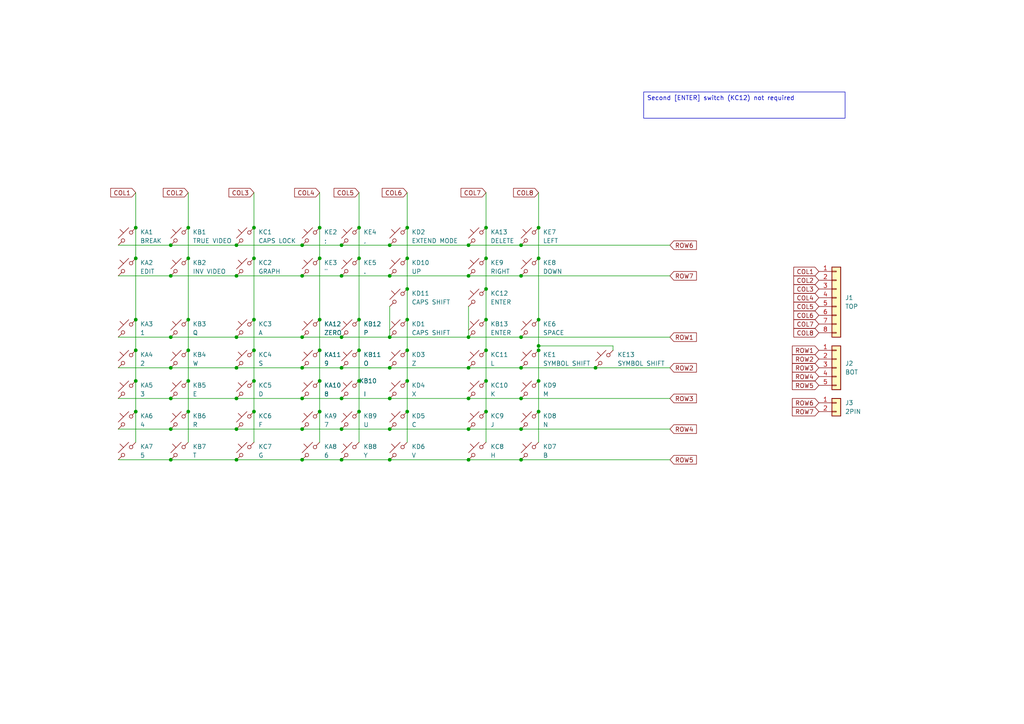
<source format=kicad_sch>
(kicad_sch (version 20250114) (generator "eeschema") (generator_version "9.0")
  (paper "A4")
  (lib_symbols
    (symbol "Connector_Generic:Conn_01x02" (pin_names (offset 1.016) (hide yes))
      (property "Reference" "J" (at 0 2.54 0))
      (property "Value" "Conn_01x02" (at 0 -5.08 0))
      (symbol "Conn_01x02_1_1"
        (rectangle (start -1.27 1.27) (end 1.27 -3.81) (stroke (width 0.254)) (fill (type background)))
        (rectangle (start -1.27 0.127) (end 0 -0.127) (stroke (width 0.1524)))
        (rectangle (start -1.27 -2.413) (end 0 -2.667) (stroke (width 0.1524)))
        (pin passive line (at -5.08 0 0) (length 3.81) (name "Pin_1") (number "1"))
        (pin passive line (at -5.08 -2.54 0) (length 3.81) (name "Pin_2") (number "2"))
      )
    )
    (symbol "Connector_Generic:Conn_01x05" (pin_names (offset 1.016) (hide yes))
      (property "Reference" "J" (at 0 7.62 0))
      (property "Value" "Conn_01x05" (at 0 -7.62 0))
      (symbol "Conn_01x05_1_1"
        (rectangle (start -1.27 6.35) (end 1.27 -6.35) (stroke (width 0.254)) (fill (type background)))
        (rectangle (start -1.27 5.207) (end 0 4.953) (stroke (width 0.1524)))
        (rectangle (start -1.27 2.667) (end 0 2.413) (stroke (width 0.1524)))
        (rectangle (start -1.27 0.127) (end 0 -0.127) (stroke (width 0.1524)))
        (rectangle (start -1.27 -2.413) (end 0 -2.667) (stroke (width 0.1524)))
        (rectangle (start -1.27 -4.953) (end 0 -5.207) (stroke (width 0.1524)))
        (pin passive line (at -5.08 5.08 0) (length 3.81) (name "Pin_1") (number "1"))
        (pin passive line (at -5.08 2.54 0) (length 3.81) (name "Pin_2") (number "2"))
        (pin passive line (at -5.08 0 0) (length 3.81) (name "Pin_3") (number "3"))
        (pin passive line (at -5.08 -2.54 0) (length 3.81) (name "Pin_4") (number "4"))
        (pin passive line (at -5.08 -5.08 0) (length 3.81) (name "Pin_5") (number "5"))
      )
    )
    (symbol "Connector_Generic:Conn_01x08" (pin_names (offset 1.016) (hide yes))
      (property "Reference" "J" (at 0 10.16 0))
      (property "Value" "Conn_01x08" (at 0 -12.7 0))
      (symbol "Conn_01x08_1_1"
        (rectangle (start -1.27 8.89) (end 1.27 -11.43) (stroke (width 0.254)) (fill (type background)))
        (rectangle (start -1.27 7.747) (end 0 7.493) (stroke (width 0.1524)))
        (rectangle (start -1.27 5.207) (end 0 4.953) (stroke (width 0.1524)))
        (rectangle (start -1.27 2.667) (end 0 2.413) (stroke (width 0.1524)))
        (rectangle (start -1.27 0.127) (end 0 -0.127) (stroke (width 0.1524)))
        (rectangle (start -1.27 -2.413) (end 0 -2.667) (stroke (width 0.1524)))
        (rectangle (start -1.27 -4.953) (end 0 -5.207) (stroke (width 0.1524)))
        (rectangle (start -1.27 -7.493) (end 0 -7.747) (stroke (width 0.1524)))
        (rectangle (start -1.27 -10.033) (end 0 -10.287) (stroke (width 0.1524)))
        (pin passive line (at -5.08 7.62 0) (length 3.81) (name "Pin_1") (number "1"))
        (pin passive line (at -5.08 5.08 0) (length 3.81) (name "Pin_2") (number "2"))
        (pin passive line (at -5.08 2.54 0) (length 3.81) (name "Pin_3") (number "3"))
        (pin passive line (at -5.08 0 0) (length 3.81) (name "Pin_4") (number "4"))
        (pin passive line (at -5.08 -2.54 0) (length 3.81) (name "Pin_5") (number "5"))
        (pin passive line (at -5.08 -5.08 0) (length 3.81) (name "Pin_6") (number "6"))
        (pin passive line (at -5.08 -7.62 0) (length 3.81) (name "Pin_7") (number "7"))
        (pin passive line (at -5.08 -10.16 0) (length 3.81) (name "Pin_8") (number "8"))
      )
    )
    (symbol "Switch:SW_Push_45deg" (pin_numbers (hide yes)) (pin_names (offset 1.016) (hide yes))
      (property "Reference" "SW" (at 3.048 1.016 0))
      (property "Value" "SW_Push_45deg" (at 0 -3.81 0))
      (symbol "SW_Push_45deg_0_1"
        (polyline (pts (xy -2.54 2.54) (xy -1.524 1.524) (xy -1.524 1.524)))
        (circle (center -1.1684 1.1684) (radius 0.508))
        (polyline (pts (xy -0.508 2.54) (xy 2.54 -0.508)))
        (polyline (pts (xy 1.016 1.016) (xy 2.032 2.032)))
        (circle (center 1.143 -1.1938) (radius 0.508))
        (polyline (pts (xy 1.524 -1.524) (xy 2.54 -2.54) (xy 2.54 -2.54) (xy 2.54 -2.54)))
        (pin passive line (at -2.54 2.54 0) (length 0) (name "1") (number "1"))
        (pin passive line (at 2.54 -2.54 180) (length 0) (name "2") (number "2"))
      )
    )
  )
  (text_box "Second [ENTER] switch (KC12) not required" (at 186.69 26.67 0) (size 58.42 7.62) (margins 0.9525 0.9525 0.9525 0.9525) (effects (font (size 1.27 1.27)) (justify left top)))
  (junction (at 156.21 66.04))
  (junction (at 104.14 101.6))
  (junction (at 135.89 97.79))
  (junction (at 104.14 92.71))
  (junction (at 156.21 110.49))
  (junction (at 99.06 97.79))
  (junction (at 118.11 101.6))
  (junction (at 113.03 124.46))
  (junction (at 156.21 92.71))
  (junction (at 151.13 80.01))
  (junction (at 99.06 115.57))
  (junction (at 113.03 97.79))
  (junction (at 99.06 80.01))
  (junction (at 99.06 106.68))
  (junction (at 54.61 110.49))
  (junction (at 104.14 110.49))
  (junction (at 156.21 100.33))
  (junction (at 140.97 110.49))
  (junction (at 54.61 92.71))
  (junction (at 87.63 124.46))
  (junction (at 118.11 83.82))
  (junction (at 87.63 71.12))
  (junction (at 87.63 115.57))
  (junction (at 118.11 74.93))
  (junction (at 92.71 74.93))
  (junction (at 92.71 66.04))
  (junction (at 49.53 97.79))
  (junction (at 73.66 92.71))
  (junction (at 87.63 80.01))
  (junction (at 113.03 106.68))
  (junction (at 92.71 101.6))
  (junction (at 87.63 97.79))
  (junction (at 113.03 80.01))
  (junction (at 104.14 74.93))
  (junction (at 99.06 133.35))
  (junction (at 49.53 71.12))
  (junction (at 156.21 74.93))
  (junction (at 73.66 110.49))
  (junction (at 68.58 71.12))
  (junction (at 135.89 124.46))
  (junction (at 68.58 115.57))
  (junction (at 73.66 119.38))
  (junction (at 68.58 80.01))
  (junction (at 118.11 110.49))
  (junction (at 39.37 74.93))
  (junction (at 87.63 106.68))
  (junction (at 68.58 124.46))
  (junction (at 54.61 101.6))
  (junction (at 140.97 83.82))
  (junction (at 49.53 124.46))
  (junction (at 68.58 106.68))
  (junction (at 118.11 92.71))
  (junction (at 87.63 133.35))
  (junction (at 135.89 115.57))
  (junction (at 140.97 74.93))
  (junction (at 151.13 97.79))
  (junction (at 135.89 80.01))
  (junction (at 113.03 115.57))
  (junction (at 54.61 74.93))
  (junction (at 135.89 71.12))
  (junction (at 73.66 66.04))
  (junction (at 49.53 106.68))
  (junction (at 39.37 110.49))
  (junction (at 54.61 66.04))
  (junction (at 39.37 66.04))
  (junction (at 54.61 119.38))
  (junction (at 113.03 133.35))
  (junction (at 151.13 106.68))
  (junction (at 156.21 101.6))
  (junction (at 151.13 133.35))
  (junction (at 151.13 115.57))
  (junction (at 135.89 133.35))
  (junction (at 151.13 71.12))
  (junction (at 140.97 119.38))
  (junction (at 68.58 133.35))
  (junction (at 73.66 101.6))
  (junction (at 140.97 92.71))
  (junction (at 49.53 133.35))
  (junction (at 140.97 66.04))
  (junction (at 104.14 66.04))
  (junction (at 113.03 71.12))
  (junction (at 73.66 74.93))
  (junction (at 99.06 71.12))
  (junction (at 68.58 97.79))
  (junction (at 118.11 66.04))
  (junction (at 135.89 106.68))
  (junction (at 39.37 119.38))
  (junction (at 49.53 80.01))
  (junction (at 99.06 124.46))
  (junction (at 172.72 106.68))
  (junction (at 92.71 119.38))
  (junction (at 151.13 124.46))
  (junction (at 92.71 110.49))
  (junction (at 92.71 92.71))
  (junction (at 156.21 119.38))
  (junction (at 118.11 119.38))
  (junction (at 104.14 119.38))
  (junction (at 49.53 115.57))
  (junction (at 39.37 92.71))
  (junction (at 140.97 101.6))
  (junction (at 39.37 101.6))
  (wire (pts (xy 151.13 124.46) (xy 194.31 124.46)))
  (wire (pts (xy 87.63 106.68) (xy 99.06 106.68)))
  (wire (pts (xy 34.29 97.79) (xy 49.53 97.79)))
  (wire (pts (xy 49.53 80.01) (xy 68.58 80.01)))
  (wire (pts (xy 156.21 100.33) (xy 177.8 100.33)))
  (wire (pts (xy 140.97 92.71) (xy 140.97 101.6)))
  (wire (pts (xy 39.37 55.88) (xy 39.37 66.04)))
  (wire (pts (xy 68.58 115.57) (xy 87.63 115.57)))
  (wire (pts (xy 104.14 119.38) (xy 104.14 128.27)))
  (wire (pts (xy 156.21 74.93) (xy 156.21 92.71)))
  (wire (pts (xy 68.58 71.12) (xy 87.63 71.12)))
  (wire (pts (xy 156.21 55.88) (xy 156.21 66.04)))
  (wire (pts (xy 49.53 115.57) (xy 68.58 115.57)))
  (wire (pts (xy 49.53 133.35) (xy 68.58 133.35)))
  (wire (pts (xy 104.14 101.6) (xy 104.14 110.49)))
  (wire (pts (xy 104.14 66.04) (xy 104.14 74.93)))
  (wire (pts (xy 113.03 106.68) (xy 135.89 106.68)))
  (wire (pts (xy 104.14 74.93) (xy 104.14 92.71)))
  (wire (pts (xy 151.13 115.57) (xy 194.31 115.57)))
  (wire (pts (xy 39.37 110.49) (xy 39.37 119.38)))
  (wire (pts (xy 39.37 74.93) (xy 39.37 92.71)))
  (wire (pts (xy 113.03 133.35) (xy 135.89 133.35)))
  (wire (pts (xy 54.61 55.88) (xy 54.61 66.04)))
  (wire (pts (xy 140.97 74.93) (xy 140.97 83.82)))
  (wire (pts (xy 118.11 66.04) (xy 118.11 74.93)))
  (wire (pts (xy 135.89 88.9) (xy 135.89 97.79)))
  (wire (pts (xy 87.63 133.35) (xy 99.06 133.35)))
  (wire (pts (xy 135.89 80.01) (xy 151.13 80.01)))
  (wire (pts (xy 54.61 74.93) (xy 54.61 92.71)))
  (wire (pts (xy 151.13 71.12) (xy 194.31 71.12)))
  (wire (pts (xy 151.13 106.68) (xy 172.72 106.68)))
  (wire (pts (xy 156.21 66.04) (xy 156.21 74.93)))
  (wire (pts (xy 99.06 106.68) (xy 113.03 106.68)))
  (wire (pts (xy 156.21 100.33) (xy 156.21 101.6)))
  (wire (pts (xy 49.53 106.68) (xy 68.58 106.68)))
  (wire (pts (xy 73.66 92.71) (xy 73.66 101.6)))
  (wire (pts (xy 140.97 83.82) (xy 140.97 92.71)))
  (wire (pts (xy 151.13 133.35) (xy 194.31 133.35)))
  (wire (pts (xy 92.71 55.88) (xy 92.71 66.04)))
  (wire (pts (xy 49.53 124.46) (xy 68.58 124.46)))
  (wire (pts (xy 156.21 110.49) (xy 156.21 119.38)))
  (wire (pts (xy 156.21 119.38) (xy 156.21 128.27)))
  (wire (pts (xy 118.11 101.6) (xy 118.11 110.49)))
  (wire (pts (xy 73.66 119.38) (xy 73.66 128.27)))
  (wire (pts (xy 54.61 92.71) (xy 54.61 101.6)))
  (wire (pts (xy 34.29 124.46) (xy 49.53 124.46)))
  (wire (pts (xy 135.89 71.12) (xy 151.13 71.12)))
  (wire (pts (xy 54.61 110.49) (xy 54.61 119.38)))
  (wire (pts (xy 34.29 133.35) (xy 49.53 133.35)))
  (wire (pts (xy 140.97 101.6) (xy 140.97 110.49)))
  (wire (pts (xy 73.66 74.93) (xy 73.66 92.71)))
  (wire (pts (xy 73.66 66.04) (xy 73.66 74.93)))
  (wire (pts (xy 113.03 71.12) (xy 135.89 71.12)))
  (wire (pts (xy 113.03 124.46) (xy 135.89 124.46)))
  (wire (pts (xy 92.71 101.6) (xy 92.71 110.49)))
  (wire (pts (xy 140.97 110.49) (xy 140.97 119.38)))
  (wire (pts (xy 118.11 92.71) (xy 118.11 101.6)))
  (wire (pts (xy 39.37 119.38) (xy 39.37 128.27)))
  (wire (pts (xy 104.14 110.49) (xy 104.14 119.38)))
  (wire (pts (xy 172.72 106.68) (xy 194.31 106.68)))
  (wire (pts (xy 99.06 124.46) (xy 113.03 124.46)))
  (wire (pts (xy 135.89 133.35) (xy 151.13 133.35)))
  (wire (pts (xy 92.71 110.49) (xy 92.71 119.38)))
  (wire (pts (xy 39.37 92.71) (xy 39.37 101.6)))
  (wire (pts (xy 92.71 92.71) (xy 92.71 101.6)))
  (wire (pts (xy 34.29 115.57) (xy 49.53 115.57)))
  (wire (pts (xy 99.06 133.35) (xy 113.03 133.35)))
  (wire (pts (xy 135.89 106.68) (xy 151.13 106.68)))
  (wire (pts (xy 135.89 97.79) (xy 151.13 97.79)))
  (wire (pts (xy 92.71 74.93) (xy 92.71 92.71)))
  (wire (pts (xy 39.37 101.6) (xy 39.37 110.49)))
  (wire (pts (xy 92.71 119.38) (xy 92.71 128.27)))
  (wire (pts (xy 118.11 110.49) (xy 118.11 119.38)))
  (wire (pts (xy 54.61 119.38) (xy 54.61 128.27)))
  (wire (pts (xy 99.06 80.01) (xy 113.03 80.01)))
  (wire (pts (xy 73.66 55.88) (xy 73.66 66.04)))
  (wire (pts (xy 113.03 80.01) (xy 135.89 80.01)))
  (wire (pts (xy 156.21 101.6) (xy 156.21 110.49)))
  (wire (pts (xy 49.53 71.12) (xy 68.58 71.12)))
  (wire (pts (xy 87.63 124.46) (xy 99.06 124.46)))
  (wire (pts (xy 39.37 66.04) (xy 39.37 74.93)))
  (wire (pts (xy 92.71 66.04) (xy 92.71 74.93)))
  (wire (pts (xy 118.11 83.82) (xy 118.11 92.71)))
  (wire (pts (xy 49.53 97.79) (xy 68.58 97.79)))
  (wire (pts (xy 151.13 97.79) (xy 194.31 97.79)))
  (wire (pts (xy 68.58 97.79) (xy 87.63 97.79)))
  (wire (pts (xy 73.66 110.49) (xy 73.66 119.38)))
  (wire (pts (xy 135.89 124.46) (xy 151.13 124.46)))
  (wire (pts (xy 113.03 97.79) (xy 135.89 97.79)))
  (wire (pts (xy 73.66 101.6) (xy 73.66 110.49)))
  (wire (pts (xy 118.11 74.93) (xy 118.11 83.82)))
  (wire (pts (xy 140.97 66.04) (xy 140.97 74.93)))
  (wire (pts (xy 68.58 124.46) (xy 87.63 124.46)))
  (wire (pts (xy 113.03 115.57) (xy 135.89 115.57)))
  (wire (pts (xy 87.63 97.79) (xy 99.06 97.79)))
  (wire (pts (xy 135.89 115.57) (xy 151.13 115.57)))
  (wire (pts (xy 99.06 115.57) (xy 113.03 115.57)))
  (wire (pts (xy 99.06 71.12) (xy 113.03 71.12)))
  (wire (pts (xy 118.11 55.88) (xy 118.11 66.04)))
  (wire (pts (xy 104.14 92.71) (xy 104.14 101.6)))
  (wire (pts (xy 34.29 80.01) (xy 49.53 80.01)))
  (wire (pts (xy 87.63 71.12) (xy 99.06 71.12)))
  (wire (pts (xy 151.13 80.01) (xy 194.31 80.01)))
  (wire (pts (xy 87.63 80.01) (xy 99.06 80.01)))
  (wire (pts (xy 34.29 71.12) (xy 49.53 71.12)))
  (wire (pts (xy 34.29 106.68) (xy 49.53 106.68)))
  (wire (pts (xy 68.58 133.35) (xy 87.63 133.35)))
  (wire (pts (xy 54.61 66.04) (xy 54.61 74.93)))
  (wire (pts (xy 156.21 92.71) (xy 156.21 100.33)))
  (wire (pts (xy 113.03 88.9) (xy 113.03 97.79)))
  (wire (pts (xy 68.58 80.01) (xy 87.63 80.01)))
  (wire (pts (xy 104.14 55.88) (xy 104.14 66.04)))
  (wire (pts (xy 87.63 115.57) (xy 99.06 115.57)))
  (wire (pts (xy 118.11 119.38) (xy 118.11 128.27)))
  (wire (pts (xy 140.97 55.88) (xy 140.97 66.04)))
  (wire (pts (xy 140.97 119.38) (xy 140.97 128.27)))
  (wire (pts (xy 54.61 101.6) (xy 54.61 110.49)))
  (wire (pts (xy 177.8 100.33) (xy 177.8 101.6)))
  (wire (pts (xy 68.58 106.68) (xy 87.63 106.68)))
  (wire (pts (xy 99.06 97.79) (xy 113.03 97.79)))
  (global_label "COL2" (shape input) (at 54.61 55.88 180) (property "Intersheetrefs" "${INTERSHEET_REFS}" (effects (hide yes))))
  (global_label "COL6" (shape input) (at 237.49 91.44 180) (property "Intersheetrefs" "${INTERSHEET_REFS}" (effects (hide yes))))
  (global_label "ROW5" (shape input) (at 194.31 133.35 0) (property "Intersheetrefs" "${INTERSHEET_REFS}" (effects (hide yes))))
  (global_label "COL8" (shape input) (at 237.49 96.52 180) (property "Intersheetrefs" "${INTERSHEET_REFS}" (effects (hide yes))))
  (global_label "ROW2" (shape input) (at 194.31 106.68 0) (property "Intersheetrefs" "${INTERSHEET_REFS}" (effects (hide yes))))
  (global_label "ROW1" (shape input) (at 237.49 101.6 180) (property "Intersheetrefs" "${INTERSHEET_REFS}" (effects (hide yes))))
  (global_label "COL7" (shape input) (at 237.49 93.98 180) (property "Intersheetrefs" "${INTERSHEET_REFS}" (effects (hide yes))))
  (global_label "COL8" (shape input) (at 156.21 55.88 180) (property "Intersheetrefs" "${INTERSHEET_REFS}" (effects (hide yes))))
  (global_label "ROW7" (shape input) (at 237.49 119.38 180) (property "Intersheetrefs" "${INTERSHEET_REFS}" (effects (hide yes))))
  (global_label "ROW1" (shape input) (at 194.31 97.79 0) (property "Intersheetrefs" "${INTERSHEET_REFS}" (effects (hide yes))))
  (global_label "COL1" (shape input) (at 39.37 55.88 180) (property "Intersheetrefs" "${INTERSHEET_REFS}" (effects (hide yes))))
  (global_label "COL3" (shape input) (at 73.66 55.88 180) (property "Intersheetrefs" "${INTERSHEET_REFS}" (effects (hide yes))))
  (global_label "COL1" (shape input) (at 237.49 78.74 180) (property "Intersheetrefs" "${INTERSHEET_REFS}" (effects (hide yes))))
  (global_label "ROW6" (shape input) (at 194.31 71.12 0) (property "Intersheetrefs" "${INTERSHEET_REFS}" (effects (hide yes))))
  (global_label "ROW2" (shape input) (at 237.49 104.14 180) (property "Intersheetrefs" "${INTERSHEET_REFS}" (effects (hide yes))))
  (global_label "ROW6" (shape input) (at 237.49 116.84 180) (property "Intersheetrefs" "${INTERSHEET_REFS}" (effects (hide yes))))
  (global_label "ROW7" (shape input) (at 194.31 80.01 0) (property "Intersheetrefs" "${INTERSHEET_REFS}" (effects (hide yes))))
  (global_label "ROW4" (shape input) (at 194.31 124.46 0) (property "Intersheetrefs" "${INTERSHEET_REFS}" (effects (hide yes))))
  (global_label "COL3" (shape input) (at 237.49 83.82 180) (property "Intersheetrefs" "${INTERSHEET_REFS}" (effects (hide yes))))
  (global_label "COL5" (shape input) (at 237.49 88.9 180) (property "Intersheetrefs" "${INTERSHEET_REFS}" (effects (hide yes))))
  (global_label "COL2" (shape input) (at 237.49 81.28 180) (property "Intersheetrefs" "${INTERSHEET_REFS}" (effects (hide yes))))
  (global_label "COL6" (shape input) (at 118.11 55.88 180) (property "Intersheetrefs" "${INTERSHEET_REFS}" (effects (hide yes))))
  (global_label "COL4" (shape input) (at 237.49 86.36 180) (property "Intersheetrefs" "${INTERSHEET_REFS}" (effects (hide yes))))
  (global_label "ROW4" (shape input) (at 237.49 109.22 180) (property "Intersheetrefs" "${INTERSHEET_REFS}" (effects (hide yes))))
  (global_label "COL5" (shape input) (at 104.14 55.88 180) (property "Intersheetrefs" "${INTERSHEET_REFS}" (effects (hide yes))))
  (global_label "COL7" (shape input) (at 140.97 55.88 180) (property "Intersheetrefs" "${INTERSHEET_REFS}" (effects (hide yes))))
  (global_label "ROW3" (shape input) (at 194.31 115.57 0) (property "Intersheetrefs" "${INTERSHEET_REFS}" (effects (hide yes))))
  (global_label "ROW5" (shape input) (at 237.49 111.76 180) (property "Intersheetrefs" "${INTERSHEET_REFS}" (effects (hide yes))))
  (global_label "ROW3" (shape input) (at 237.49 106.68 180) (property "Intersheetrefs" "${INTERSHEET_REFS}" (effects (hide yes))))
  (global_label "COL4" (shape input) (at 92.71 55.88 180) (property "Intersheetrefs" "${INTERSHEET_REFS}" (effects (hide yes))))
  (symbol (lib_id "Switch:SW_Push_45deg") (at 90.17 68.58 90) (unit 1)
    (property "Reference" "KE2" (at 93.98 67.3099 90) (effects (justify right)))
    (property "Value" ";" (at 93.98 69.8499 90) (effects (justify right)))
    (property "Footprint" "Clueless_Engineer:SW_Gateron_LowProfile_THT" (effects (hide yes)))
    (property "Description" "Push button switch, normally open, two pins, 45° tilted" (effects (hide yes)))
  )
  (symbol (lib_id "Switch:SW_Push_45deg") (at 115.57 113.03 90) (unit 1)
    (property "Reference" "KD4" (at 119.38 111.7599 90) (effects (justify right)))
    (property "Value" "X" (at 119.38 114.2999 90) (effects (justify right)))
    (property "Footprint" "Clueless_Engineer:SW_Gateron_LowProfile_THT" (effects (hide yes)))
    (property "Description" "Push button switch, normally open, two pins, 45° tilted" (effects (hide yes)))
  )
  (symbol (lib_id "Switch:SW_Push_45deg") (at 52.07 104.14 90) (unit 1)
    (property "Reference" "KB4" (at 55.88 102.8699 90) (effects (justify right)))
    (property "Value" "W" (at 55.88 105.4099 90) (effects (justify right)))
    (property "Footprint" "Clueless_Engineer:SW_Gateron_LowProfile_THT" (effects (hide yes)))
    (property "Description" "Push button switch, normally open, two pins, 45° tilted" (effects (hide yes)))
  )
  (symbol (lib_id "Switch:SW_Push_45deg") (at 101.6 95.25 90) (unit 1)
    (property "Reference" "KB12" (at 105.41 93.9799 90) (effects (justify right)))
    (property "Value" "P" (at 105.41 96.5199 90) (effects (justify right)))
    (property "Footprint" "Clueless_Engineer:SW_Gateron_LowProfile_THT" (effects (hide yes)))
    (property "Description" "Push button switch, normally open, two pins, 45° tilted" (effects (hide yes)))
  )
  (symbol (lib_id "Switch:SW_Push_45deg") (at 138.43 130.81 90) (unit 1)
    (property "Reference" "KC8" (at 142.24 129.5399 90) (effects (justify right)))
    (property "Value" "H" (at 142.24 132.0799 90) (effects (justify right)))
    (property "Footprint" "Clueless_Engineer:SW_Gateron_LowProfile_THT" (effects (hide yes)))
    (property "Description" "Push button switch, normally open, two pins, 45° tilted" (effects (hide yes)))
  )
  (symbol (lib_id "Switch:SW_Push_45deg") (at 138.43 86.36 90) (unit 1) (on_board no)
    (property "Reference" "KC12" (at 142.24 85.0899 90) (effects (justify right)))
    (property "Value" "ENTER" (at 142.24 87.6299 90) (effects (justify right)))
    (property "Footprint" "Clueless_Engineer:SW_Gateron_LowProfile_THT" (effects (hide yes)))
    (property "Description" "Push button switch, normally open, two pins, 45° tilted" (effects (hide yes)))
  )
  (symbol (lib_id "Connector_Generic:Conn_01x02") (at 242.57 116.84 0) (unit 1)
    (property "Reference" "J3" (at 245.11 116.8399 0) (effects (justify left)))
    (property "Value" "2PIN" (at 245.11 119.3799 0) (effects (justify left)))
    (property "Footprint" "Connector_PinHeader_2.54mm:PinHeader_1x02_P2.54mm_Vertical" (effects (hide yes)))
    (property "Description" "Generic connector, single row, 01x02, script generated (kicad-library-utils/schlib/autogen/connector/)" (effects (hide yes)))
  )
  (symbol (lib_id "Switch:SW_Push_45deg") (at 101.6 68.58 90) (unit 1)
    (property "Reference" "KE4" (at 105.41 67.3099 90) (effects (justify right)))
    (property "Value" "," (at 105.41 69.8499 90) (effects (justify right)))
    (property "Footprint" "Clueless_Engineer:SW_Gateron_LowProfile_THT" (effects (hide yes)))
    (property "Description" "Push button switch, normally open, two pins, 45° tilted" (effects (hide yes)))
  )
  (symbol (lib_id "Switch:SW_Push_45deg") (at 90.17 130.81 90) (unit 1)
    (property "Reference" "KA8" (at 93.98 129.5399 90) (effects (justify right)))
    (property "Value" "6" (at 93.98 132.0799 90) (effects (justify right)))
    (property "Footprint" "Clueless_Engineer:SW_Gateron_LowProfile_THT" (effects (hide yes)))
    (property "Description" "Push button switch, normally open, two pins, 45° tilted" (effects (hide yes)))
  )
  (symbol (lib_id "Switch:SW_Push_45deg") (at 115.57 95.25 90) (unit 1)
    (property "Reference" "KD1" (at 119.38 93.9799 90) (effects (justify right)))
    (property "Value" "CAPS SHIFT" (at 119.38 96.5199 90) (effects (justify right)))
    (property "Footprint" "Clueless_Engineer:SW_Gateron_LowProfile_THT" (effects (hide yes)))
    (property "Description" "Push button switch, normally open, two pins, 45° tilted" (effects (hide yes)))
  )
  (symbol (lib_id "Switch:SW_Push_45deg") (at 153.67 113.03 90) (unit 1)
    (property "Reference" "KD9" (at 157.48 111.7599 90) (effects (justify right)))
    (property "Value" "M" (at 157.48 114.2999 90) (effects (justify right)))
    (property "Footprint" "Clueless_Engineer:SW_Gateron_LowProfile_THT" (effects (hide yes)))
    (property "Description" "Push button switch, normally open, two pins, 45° tilted" (effects (hide yes)))
  )
  (symbol (lib_id "Switch:SW_Push_45deg") (at 101.6 77.47 90) (unit 1)
    (property "Reference" "KE5" (at 105.41 76.1999 90) (effects (justify right)))
    (property "Value" "." (at 105.41 78.7399 90) (effects (justify right)))
    (property "Footprint" "Clueless_Engineer:SW_Gateron_LowProfile_THT" (effects (hide yes)))
    (property "Description" "Push button switch, normally open, two pins, 45° tilted" (effects (hide yes)))
  )
  (symbol (lib_id "Switch:SW_Push_45deg") (at 36.83 77.47 90) (unit 1)
    (property "Reference" "KA2" (at 40.64 76.1999 90) (effects (justify right)))
    (property "Value" "EDIT" (at 40.64 78.7399 90) (effects (justify right)))
    (property "Footprint" "Clueless_Engineer:SW_Gateron_LowProfile_THT" (effects (hide yes)))
    (property "Description" "Push button switch, normally open, two pins, 45° tilted" (effects (hide yes)))
  )
  (symbol (lib_id "Switch:SW_Push_45deg") (at 52.07 121.92 90) (unit 1)
    (property "Reference" "KB6" (at 55.88 120.6499 90) (effects (justify right)))
    (property "Value" "R" (at 55.88 123.1899 90) (effects (justify right)))
    (property "Footprint" "Clueless_Engineer:SW_Gateron_LowProfile_THT" (effects (hide yes)))
    (property "Description" "Push button switch, normally open, two pins, 45° tilted" (effects (hide yes)))
  )
  (symbol (lib_id "Switch:SW_Push_45deg") (at 52.07 95.25 90) (unit 1)
    (property "Reference" "KB3" (at 55.88 93.9799 90) (effects (justify right)))
    (property "Value" "Q" (at 55.88 96.5199 90) (effects (justify right)))
    (property "Footprint" "Clueless_Engineer:SW_Gateron_LowProfile_THT" (effects (hide yes)))
    (property "Description" "Push button switch, normally open, two pins, 45° tilted" (effects (hide yes)))
  )
  (symbol (lib_id "Switch:SW_Push_45deg") (at 36.83 113.03 90) (unit 1)
    (property "Reference" "KA5" (at 40.64 111.7599 90) (effects (justify right)))
    (property "Value" "3" (at 40.64 114.2999 90) (effects (justify right)))
    (property "Footprint" "Clueless_Engineer:SW_Gateron_LowProfile_THT" (effects (hide yes)))
    (property "Description" "Push button switch, normally open, two pins, 45° tilted" (effects (hide yes)))
  )
  (symbol (lib_id "Switch:SW_Push_45deg") (at 90.17 95.25 90) (unit 1)
    (property "Reference" "KA12" (at 93.98 93.9799 90) (effects (justify right)))
    (property "Value" "ZERO" (at 93.98 96.5199 90) (effects (justify right)))
    (property "Footprint" "Clueless_Engineer:SW_Gateron_LowProfile_THT" (effects (hide yes)))
    (property "Description" "Push button switch, normally open, two pins, 45° tilted" (effects (hide yes)))
  )
  (symbol (lib_id "Switch:SW_Push_45deg") (at 175.26 104.14 90) (unit 1)
    (property "Reference" "KE13" (at 179.07 102.8699 90) (effects (justify right)))
    (property "Value" "SYMBOL SHIFT" (at 179.07 105.4099 90) (effects (justify right)))
    (property "Footprint" "Clueless_Engineer:SW_Gateron_LowProfile_THT" (effects (hide yes)))
    (property "Description" "Push button switch, normally open, two pins, 45° tilted" (effects (hide yes)))
  )
  (symbol (lib_id "Switch:SW_Push_45deg") (at 115.57 130.81 90) (unit 1)
    (property "Reference" "KD6" (at 119.38 129.5399 90) (effects (justify right)))
    (property "Value" "V" (at 119.38 132.0799 90) (effects (justify right)))
    (property "Footprint" "Clueless_Engineer:SW_Gateron_LowProfile_THT" (effects (hide yes)))
    (property "Description" "Push button switch, normally open, two pins, 45° tilted" (effects (hide yes)))
  )
  (symbol (lib_id "Switch:SW_Push_45deg") (at 153.67 95.25 90) (unit 1)
    (property "Reference" "KE6" (at 157.48 93.9799 90) (effects (justify right)))
    (property "Value" "SPACE" (at 157.48 96.5199 90) (effects (justify right)))
    (property "Footprint" "Clueless_Engineer:SW_Gateron_LowProfile_THT" (effects (hide yes)))
    (property "Description" "Push button switch, normally open, two pins, 45° tilted" (effects (hide yes)))
  )
  (symbol (lib_id "Switch:SW_Push_45deg") (at 52.07 68.58 90) (unit 1)
    (property "Reference" "KB1" (at 55.88 67.3099 90) (effects (justify right)))
    (property "Value" "TRUE VIDEO" (at 55.88 69.8499 90) (effects (justify right)))
    (property "Footprint" "Clueless_Engineer:SW_Gateron_LowProfile_THT" (effects (hide yes)))
    (property "Description" "Push button switch, normally open, two pins, 45° tilted" (effects (hide yes)))
  )
  (symbol (lib_id "Connector_Generic:Conn_01x05") (at 242.57 106.68 0) (unit 1)
    (property "Reference" "J2" (at 245.11 105.4099 0) (effects (justify left)))
    (property "Value" "BOT" (at 245.11 107.9499 0) (effects (justify left)))
    (property "Footprint" "Connector_PinHeader_2.54mm:PinHeader_1x05_P2.54mm_Vertical" (effects (hide yes)))
    (property "Description" "Generic connector, single row, 01x05, script generated (kicad-library-utils/schlib/autogen/connector/)" (effects (hide yes)))
  )
  (symbol (lib_id "Switch:SW_Push_45deg") (at 71.12 121.92 90) (unit 1)
    (property "Reference" "KC6" (at 74.93 120.6499 90) (effects (justify right)))
    (property "Value" "F" (at 74.93 123.1899 90) (effects (justify right)))
    (property "Footprint" "Clueless_Engineer:SW_Gateron_LowProfile_THT" (effects (hide yes)))
    (property "Description" "Push button switch, normally open, two pins, 45° tilted" (effects (hide yes)))
  )
  (symbol (lib_id "Switch:SW_Push_45deg") (at 36.83 121.92 90) (unit 1)
    (property "Reference" "KA6" (at 40.64 120.6499 90) (effects (justify right)))
    (property "Value" "4" (at 40.64 123.1899 90) (effects (justify right)))
    (property "Footprint" "Clueless_Engineer:SW_Gateron_LowProfile_THT" (effects (hide yes)))
    (property "Description" "Push button switch, normally open, two pins, 45° tilted" (effects (hide yes)))
  )
  (symbol (lib_id "Switch:SW_Push_45deg") (at 90.17 104.14 90) (unit 1)
    (property "Reference" "KA11" (at 93.98 102.8699 90) (effects (justify right)))
    (property "Value" "9" (at 93.98 105.4099 90) (effects (justify right)))
    (property "Footprint" "Clueless_Engineer:SW_Gateron_LowProfile_THT" (effects (hide yes)))
    (property "Description" "Push button switch, normally open, two pins, 45° tilted" (effects (hide yes)))
  )
  (symbol (lib_id "Switch:SW_Push_45deg") (at 90.17 113.03 90) (unit 1)
    (property "Reference" "KA10" (at 93.98 111.7599 90) (effects (justify right)))
    (property "Value" "8" (at 93.98 114.2999 90) (effects (justify right)))
    (property "Footprint" "Clueless_Engineer:SW_Gateron_LowProfile_THT" (effects (hide yes)))
    (property "Description" "Push button switch, normally open, two pins, 45° tilted" (effects (hide yes)))
  )
  (symbol (lib_id "Switch:SW_Push_45deg") (at 71.12 95.25 90) (unit 1)
    (property "Reference" "KC3" (at 74.93 93.9799 90) (effects (justify right)))
    (property "Value" "A" (at 74.93 96.5199 90) (effects (justify right)))
    (property "Footprint" "Clueless_Engineer:SW_Gateron_LowProfile_THT" (effects (hide yes)))
    (property "Description" "Push button switch, normally open, two pins, 45° tilted" (effects (hide yes)))
  )
  (symbol (lib_id "Switch:SW_Push_45deg") (at 153.67 68.58 90) (unit 1)
    (property "Reference" "KE7" (at 157.48 67.3099 90) (effects (justify right)))
    (property "Value" "LEFT" (at 157.48 69.8499 90) (effects (justify right)))
    (property "Footprint" "Clueless_Engineer:SW_Gateron_LowProfile_THT" (effects (hide yes)))
    (property "Description" "Push button switch, normally open, two pins, 45° tilted" (effects (hide yes)))
  )
  (symbol (lib_id "Switch:SW_Push_45deg") (at 101.6 130.81 90) (unit 1)
    (property "Reference" "KB8" (at 105.41 129.5399 90) (effects (justify right)))
    (property "Value" "Y" (at 105.41 132.0799 90) (effects (justify right)))
    (property "Footprint" "Clueless_Engineer:SW_Gateron_LowProfile_THT" (effects (hide yes)))
    (property "Description" "Push button switch, normally open, two pins, 45° tilted" (effects (hide yes)))
  )
  (symbol (lib_id "Switch:SW_Push_45deg") (at 138.43 68.58 90) (unit 1)
    (property "Reference" "KA13" (at 142.24 67.3099 90) (effects (justify right)))
    (property "Value" "DELETE" (at 142.24 69.8499 90) (effects (justify right)))
    (property "Footprint" "Clueless_Engineer:SW_Gateron_LowProfile_THT" (effects (hide yes)))
    (property "Description" "Push button switch, normally open, two pins, 45° tilted" (effects (hide yes)))
  )
  (symbol (lib_id "Switch:SW_Push_45deg") (at 101.6 104.14 90) (unit 1)
    (property "Reference" "KB11" (at 105.41 102.8699 90) (effects (justify right)))
    (property "Value" "O" (at 105.41 105.4099 90) (effects (justify right)))
    (property "Footprint" "Clueless_Engineer:SW_Gateron_LowProfile_THT" (effects (hide yes)))
    (property "Description" "Push button switch, normally open, two pins, 45° tilted" (effects (hide yes)))
  )
  (symbol (lib_id "Switch:SW_Push_45deg") (at 153.67 121.92 90) (unit 1)
    (property "Reference" "KD8" (at 157.48 120.6499 90) (effects (justify right)))
    (property "Value" "N" (at 157.48 123.1899 90) (effects (justify right)))
    (property "Footprint" "Clueless_Engineer:SW_Gateron_LowProfile_THT" (effects (hide yes)))
    (property "Description" "Push button switch, normally open, two pins, 45° tilted" (effects (hide yes)))
  )
  (symbol (lib_id "Switch:SW_Push_45deg") (at 52.07 130.81 90) (unit 1)
    (property "Reference" "KB7" (at 55.88 129.5399 90) (effects (justify right)))
    (property "Value" "T" (at 55.88 132.0799 90) (effects (justify right)))
    (property "Footprint" "Clueless_Engineer:SW_Gateron_LowProfile_THT" (effects (hide yes)))
    (property "Description" "Push button switch, normally open, two pins, 45° tilted" (effects (hide yes)))
  )
  (symbol (lib_id "Switch:SW_Push_45deg") (at 71.12 113.03 90) (unit 1)
    (property "Reference" "KC5" (at 74.93 111.7599 90) (effects (justify right)))
    (property "Value" "D" (at 74.93 114.2999 90) (effects (justify right)))
    (property "Footprint" "Clueless_Engineer:SW_Gateron_LowProfile_THT" (effects (hide yes)))
    (property "Description" "Push button switch, normally open, two pins, 45° tilted" (effects (hide yes)))
  )
  (symbol (lib_id "Switch:SW_Push_45deg") (at 36.83 130.81 90) (unit 1)
    (property "Reference" "KA7" (at 40.64 129.5399 90) (effects (justify right)))
    (property "Value" "5" (at 40.64 132.0799 90) (effects (justify right)))
    (property "Footprint" "Clueless_Engineer:SW_Gateron_LowProfile_THT" (effects (hide yes)))
    (property "Description" "Push button switch, normally open, two pins, 45° tilted" (effects (hide yes)))
  )
  (symbol (lib_id "Switch:SW_Push_45deg") (at 71.12 130.81 90) (unit 1)
    (property "Reference" "KC7" (at 74.93 129.5399 90) (effects (justify right)))
    (property "Value" "G" (at 74.93 132.0799 90) (effects (justify right)))
    (property "Footprint" "Clueless_Engineer:SW_Gateron_LowProfile_THT" (effects (hide yes)))
    (property "Description" "Push button switch, normally open, two pins, 45° tilted" (effects (hide yes)))
  )
  (symbol (lib_id "Switch:SW_Push_45deg") (at 36.83 104.14 90) (unit 1)
    (property "Reference" "KA4" (at 40.64 102.8699 90) (effects (justify right)))
    (property "Value" "2" (at 40.64 105.4099 90) (effects (justify right)))
    (property "Footprint" "Clueless_Engineer:SW_Gateron_LowProfile_THT" (effects (hide yes)))
    (property "Description" "Push button switch, normally open, two pins, 45° tilted" (effects (hide yes)))
  )
  (symbol (lib_id "Switch:SW_Push_45deg") (at 90.17 121.92 90) (unit 1)
    (property "Reference" "KA9" (at 93.98 120.6499 90) (effects (justify right)))
    (property "Value" "7" (at 93.98 123.1899 90) (effects (justify right)))
    (property "Footprint" "Clueless_Engineer:SW_Gateron_LowProfile_THT" (effects (hide yes)))
    (property "Description" "Push button switch, normally open, two pins, 45° tilted" (effects (hide yes)))
  )
  (symbol (lib_id "Switch:SW_Push_45deg") (at 52.07 77.47 90) (unit 1)
    (property "Reference" "KB2" (at 55.88 76.1999 90) (effects (justify right)))
    (property "Value" "INV VIDEO" (at 55.88 78.7399 90) (effects (justify right)))
    (property "Footprint" "Clueless_Engineer:SW_Gateron_LowProfile_THT" (effects (hide yes)))
    (property "Description" "Push button switch, normally open, two pins, 45° tilted" (effects (hide yes)))
  )
  (symbol (lib_id "Switch:SW_Push_45deg") (at 36.83 68.58 90) (unit 1)
    (property "Reference" "KA1" (at 40.64 67.3099 90) (effects (justify right)))
    (property "Value" "BREAK" (at 40.64 69.8499 90) (effects (justify right)))
    (property "Footprint" "Clueless_Engineer:SW_Gateron_LowProfile_THT" (effects (hide yes)))
    (property "Description" "Push button switch, normally open, two pins, 45° tilted" (effects (hide yes)))
  )
  (symbol (lib_id "Switch:SW_Push_45deg") (at 101.6 113.03 90) (unit 1)
    (property "Reference" "KB10" (at 104.14 110.49 90) (effects (justify right)))
    (property "Value" "I" (at 105.41 114.2999 90) (effects (justify right)))
    (property "Footprint" "Clueless_Engineer:SW_Gateron_LowProfile_THT" (effects (hide yes)))
    (property "Description" "Push button switch, normally open, two pins, 45° tilted" (effects (hide yes)))
  )
  (symbol (lib_id "Switch:SW_Push_45deg") (at 115.57 68.58 90) (unit 1)
    (property "Reference" "KD2" (at 119.38 67.3099 90) (effects (justify right)))
    (property "Value" "EXTEND MODE" (at 119.38 69.8499 90) (effects (justify right)))
    (property "Footprint" "Clueless_Engineer:SW_Gateron_LowProfile_THT" (effects (hide yes)))
    (property "Description" "Push button switch, normally open, two pins, 45° tilted" (effects (hide yes)))
  )
  (symbol (lib_id "Switch:SW_Push_45deg") (at 71.12 104.14 90) (unit 1)
    (property "Reference" "KC4" (at 74.93 102.8699 90) (effects (justify right)))
    (property "Value" "S" (at 74.93 105.4099 90) (effects (justify right)))
    (property "Footprint" "Clueless_Engineer:SW_Gateron_LowProfile_THT" (effects (hide yes)))
    (property "Description" "Push button switch, normally open, two pins, 45° tilted" (effects (hide yes)))
  )
  (symbol (lib_id "Switch:SW_Push_45deg") (at 90.17 77.47 90) (unit 1)
    (property "Reference" "KE3" (at 93.98 76.1999 90) (effects (justify right)))
    (property "Value" "\"" (at 93.98 78.7399 90) (effects (justify right)))
    (property "Footprint" "Clueless_Engineer:SW_Gateron_LowProfile_THT" (effects (hide yes)))
    (property "Description" "Push button switch, normally open, two pins, 45° tilted" (effects (hide yes)))
  )
  (symbol (lib_id "Switch:SW_Push_45deg") (at 138.43 77.47 90) (unit 1)
    (property "Reference" "KE9" (at 142.24 76.1999 90) (effects (justify right)))
    (property "Value" "RIGHT" (at 142.24 78.7399 90) (effects (justify right)))
    (property "Footprint" "Clueless_Engineer:SW_Gateron_LowProfile_THT" (effects (hide yes)))
    (property "Description" "Push button switch, normally open, two pins, 45° tilted" (effects (hide yes)))
  )
  (symbol (lib_id "Switch:SW_Push_45deg") (at 138.43 95.25 90) (unit 1)
    (property "Reference" "KB13" (at 142.24 93.9799 90) (effects (justify right)))
    (property "Value" "ENTER" (at 142.24 96.5199 90) (effects (justify right)))
    (property "Footprint" "Clueless_Engineer:SW_Gateron_LowProfile_THT" (effects (hide yes)))
    (property "Description" "Push button switch, normally open, two pins, 45° tilted" (effects (hide yes)))
  )
  (symbol (lib_id "Switch:SW_Push_45deg") (at 138.43 104.14 90) (unit 1)
    (property "Reference" "KC11" (at 142.24 102.8699 90) (effects (justify right)))
    (property "Value" "L" (at 142.24 105.4099 90) (effects (justify right)))
    (property "Footprint" "Clueless_Engineer:SW_Gateron_LowProfile_THT" (effects (hide yes)))
    (property "Description" "Push button switch, normally open, two pins, 45° tilted" (effects (hide yes)))
  )
  (symbol (lib_id "Switch:SW_Push_45deg") (at 115.57 77.47 90) (unit 1)
    (property "Reference" "KD10" (at 119.38 76.1999 90) (effects (justify right)))
    (property "Value" "UP" (at 119.38 78.7399 90) (effects (justify right)))
    (property "Footprint" "Clueless_Engineer:SW_Gateron_LowProfile_THT" (effects (hide yes)))
    (property "Description" "Push button switch, normally open, two pins, 45° tilted" (effects (hide yes)))
  )
  (symbol (lib_id "Switch:SW_Push_45deg") (at 36.83 95.25 90) (unit 1)
    (property "Reference" "KA3" (at 40.64 93.9799 90) (effects (justify right)))
    (property "Value" "1" (at 40.64 96.5199 90) (effects (justify right)))
    (property "Footprint" "Clueless_Engineer:SW_Gateron_LowProfile_THT" (effects (hide yes)))
    (property "Description" "Push button switch, normally open, two pins, 45° tilted" (effects (hide yes)))
  )
  (symbol (lib_id "Switch:SW_Push_45deg") (at 138.43 113.03 90) (unit 1)
    (property "Reference" "KC10" (at 142.24 111.7599 90) (effects (justify right)))
    (property "Value" "K" (at 142.24 114.2999 90) (effects (justify right)))
    (property "Footprint" "Clueless_Engineer:SW_Gateron_LowProfile_THT" (effects (hide yes)))
    (property "Description" "Push button switch, normally open, two pins, 45° tilted" (effects (hide yes)))
  )
  (symbol (lib_id "Switch:SW_Push_45deg") (at 153.67 104.14 90) (unit 1)
    (property "Reference" "KE1" (at 157.48 102.8699 90) (effects (justify right)))
    (property "Value" "SYMBOL SHIFT" (at 157.48 105.4099 90) (effects (justify right)))
    (property "Footprint" "Clueless_Engineer:SW_Gateron_LowProfile_THT" (effects (hide yes)))
    (property "Description" "Push button switch, normally open, two pins, 45° tilted" (effects (hide yes)))
  )
  (symbol (lib_id "Switch:SW_Push_45deg") (at 115.57 121.92 90) (unit 1)
    (property "Reference" "KD5" (at 119.38 120.6499 90) (effects (justify right)))
    (property "Value" "C" (at 119.38 123.1899 90) (effects (justify right)))
    (property "Footprint" "Clueless_Engineer:SW_Gateron_LowProfile_THT" (effects (hide yes)))
    (property "Description" "Push button switch, normally open, two pins, 45° tilted" (effects (hide yes)))
  )
  (symbol (lib_id "Switch:SW_Push_45deg") (at 71.12 77.47 90) (unit 1)
    (property "Reference" "KC2" (at 74.93 76.1999 90) (effects (justify right)))
    (property "Value" "GRAPH" (at 74.93 78.7399 90) (effects (justify right)))
    (property "Footprint" "Clueless_Engineer:SW_Gateron_LowProfile_THT" (effects (hide yes)))
    (property "Description" "Push button switch, normally open, two pins, 45° tilted" (effects (hide yes)))
  )
  (symbol (lib_id "Switch:SW_Push_45deg") (at 138.43 121.92 90) (unit 1)
    (property "Reference" "KC9" (at 142.24 120.6499 90) (effects (justify right)))
    (property "Value" "J" (at 142.24 123.1899 90) (effects (justify right)))
    (property "Footprint" "Clueless_Engineer:SW_Gateron_LowProfile_THT" (effects (hide yes)))
    (property "Description" "Push button switch, normally open, two pins, 45° tilted" (effects (hide yes)))
  )
  (symbol (lib_id "Switch:SW_Push_45deg") (at 153.67 130.81 90) (unit 1)
    (property "Reference" "KD7" (at 157.48 129.5399 90) (effects (justify right)))
    (property "Value" "B" (at 157.48 132.0799 90) (effects (justify right)))
    (property "Footprint" "Clueless_Engineer:SW_Gateron_LowProfile_THT" (effects (hide yes)))
    (property "Description" "Push button switch, normally open, two pins, 45° tilted" (effects (hide yes)))
  )
  (symbol (lib_id "Connector_Generic:Conn_01x08") (at 242.57 86.36 0) (unit 1)
    (property "Reference" "J1" (at 245.11 86.3599 0) (effects (justify left)))
    (property "Value" "TOP" (at 245.11 88.8999 0) (effects (justify left)))
    (property "Footprint" "Connector_PinHeader_2.54mm:PinHeader_1x08_P2.54mm_Vertical" (effects (hide yes)))
    (property "Description" "Generic connector, single row, 01x08, script generated (kicad-library-utils/schlib/autogen/connector/)" (effects (hide yes)))
  )
  (symbol (lib_id "Switch:SW_Push_45deg") (at 115.57 86.36 90) (unit 1)
    (property "Reference" "KD11" (at 119.38 85.0899 90) (effects (justify right)))
    (property "Value" "CAPS SHIFT" (at 119.38 87.6299 90) (effects (justify right)))
    (property "Footprint" "Clueless_Engineer:SW_Gateron_LowProfile_THT" (effects (hide yes)))
    (property "Description" "Push button switch, normally open, two pins, 45° tilted" (effects (hide yes)))
  )
  (symbol (lib_id "Switch:SW_Push_45deg") (at 52.07 113.03 90) (unit 1)
    (property "Reference" "KB5" (at 55.88 111.7599 90) (effects (justify right)))
    (property "Value" "E" (at 55.88 114.2999 90) (effects (justify right)))
    (property "Footprint" "Clueless_Engineer:SW_Gateron_LowProfile_THT" (effects (hide yes)))
    (property "Description" "Push button switch, normally open, two pins, 45° tilted" (effects (hide yes)))
  )
  (symbol (lib_id "Switch:SW_Push_45deg") (at 101.6 121.92 90) (unit 1)
    (property "Reference" "KB9" (at 105.41 120.6499 90) (effects (justify right)))
    (property "Value" "U" (at 105.41 123.1899 90) (effects (justify right)))
    (property "Footprint" "Clueless_Engineer:SW_Gateron_LowProfile_THT" (effects (hide yes)))
    (property "Description" "Push button switch, normally open, two pins, 45° tilted" (effects (hide yes)))
  )
  (symbol (lib_id "Switch:SW_Push_45deg") (at 71.12 68.58 90) (unit 1)
    (property "Reference" "KC1" (at 74.93 67.3099 90) (effects (justify right)))
    (property "Value" "CAPS LOCK" (at 74.93 69.8499 90) (effects (justify right)))
    (property "Footprint" "Clueless_Engineer:SW_Gateron_LowProfile_THT" (effects (hide yes)))
    (property "Description" "Push button switch, normally open, two pins, 45° tilted" (effects (hide yes)))
  )
  (symbol (lib_id "Switch:SW_Push_45deg") (at 153.67 77.47 90) (unit 1)
    (property "Reference" "KE8" (at 157.48 76.1999 90) (effects (justify right)))
    (property "Value" "DOWN" (at 157.48 78.7399 90) (effects (justify right)))
    (property "Footprint" "Clueless_Engineer:SW_Gateron_LowProfile_THT" (effects (hide yes)))
    (property "Description" "Push button switch, normally open, two pins, 45° tilted" (effects (hide yes)))
  )
  (symbol (lib_id "Switch:SW_Push_45deg") (at 115.57 104.14 90) (unit 1)
    (property "Reference" "KD3" (at 119.38 102.8699 90) (effects (justify right)))
    (property "Value" "Z" (at 119.38 105.4099 90) (effects (justify right)))
    (property "Footprint" "Clueless_Engineer:SW_Gateron_LowProfile_THT" (effects (hide yes)))
    (property "Description" "Push button switch, normally open, two pins, 45° tilted" (effects (hide yes)))
  )
)
</source>
